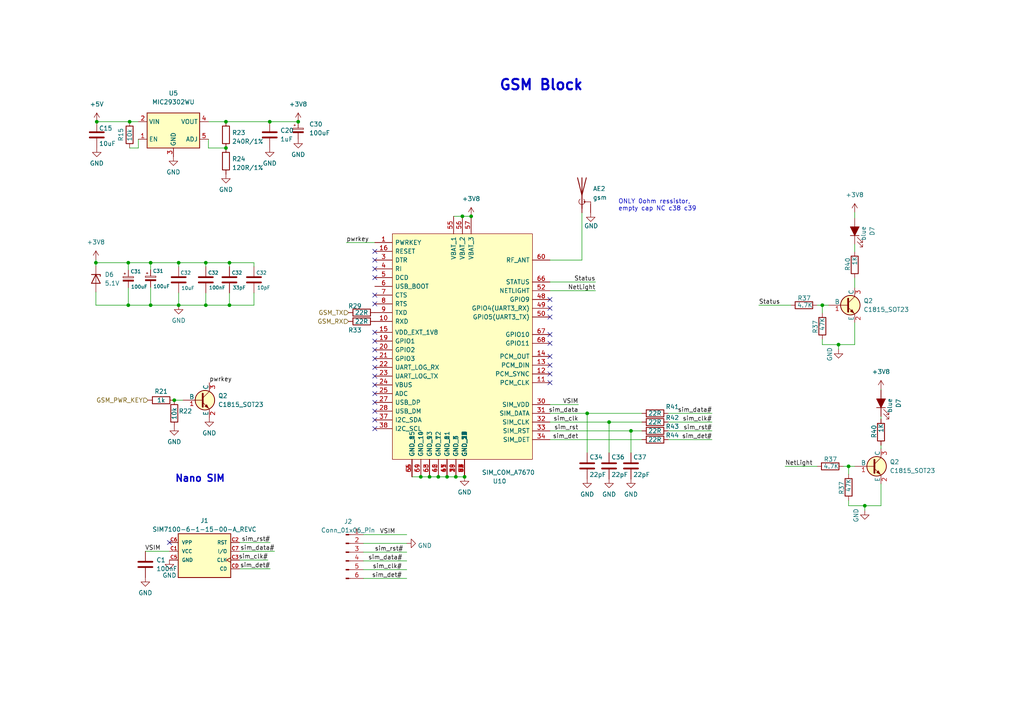
<source format=kicad_sch>
(kicad_sch (version 20230121) (generator eeschema)
  (paper "A4")
  (lib_symbols
    (symbol "Connector:Conn_01x06_Pin" (pin_names (offset 1.016) hide)
      (property "Reference" "J" (at 0 7.62 0))
      (property "Value" "Conn_01x06_Pin" (at 0 -10.16 0))
      (symbol "Conn_01x06_Pin_1_1"
        (polyline (pts (xy 1.27 -7.62) (xy 0.8636 -7.62)) (stroke (width 0.1524)))
        (polyline (pts (xy 1.27 -5.08) (xy 0.8636 -5.08)) (stroke (width 0.1524)))
        (polyline (pts (xy 1.27 -2.54) (xy 0.8636 -2.54)) (stroke (width 0.1524)))
        (polyline (pts (xy 1.27 0) (xy 0.8636 0)) (stroke (width 0.1524)))
        (polyline (pts (xy 1.27 2.54) (xy 0.8636 2.54)) (stroke (width 0.1524)))
        (polyline (pts (xy 1.27 5.08) (xy 0.8636 5.08)) (stroke (width 0.1524)))
        (rectangle (start 0.8636 -7.493) (end 0 -7.747) (stroke (width 0.1524)) (fill (type outline)))
        (rectangle (start 0.8636 -4.953) (end 0 -5.207) (stroke (width 0.1524)) (fill (type outline)))
        (rectangle (start 0.8636 -2.413) (end 0 -2.667) (stroke (width 0.1524)) (fill (type outline)))
        (rectangle (start 0.8636 0.127) (end 0 -0.127) (stroke (width 0.1524)) (fill (type outline)))
        (rectangle (start 0.8636 2.667) (end 0 2.413) (stroke (width 0.1524)) (fill (type outline)))
        (rectangle (start 0.8636 5.207) (end 0 4.953) (stroke (width 0.1524)) (fill (type outline)))
        (pin passive line (at 5.08 5.08 180) (length 3.81) (name "Pin_1") (number "1"))
        (pin passive line (at 5.08 2.54 180) (length 3.81) (name "Pin_2") (number "2"))
        (pin passive line (at 5.08 0 180) (length 3.81) (name "Pin_3") (number "3"))
        (pin passive line (at 5.08 -2.54 180) (length 3.81) (name "Pin_4") (number "4"))
        (pin passive line (at 5.08 -5.08 180) (length 3.81) (name "Pin_5") (number "5"))
        (pin passive line (at 5.08 -7.62 180) (length 3.81) (name "Pin_6") (number "6"))
      )
    )
    (symbol "Diode:BZM55Cxx" (pin_numbers hide) (pin_names hide)
      (property "Reference" "D" (at 0 2.54 0))
      (property "Value" "BZM55Cxx" (at 0 -2.54 0))
      (symbol "BZM55Cxx_0_1"
        (polyline (pts (xy 1.27 0) (xy -1.27 0)))
        (polyline (pts (xy -1.27 -1.27) (xy -1.27 1.27) (xy -0.762 1.27)) (stroke (width 0.254)))
        (polyline (pts (xy 1.27 -1.27) (xy 1.27 1.27) (xy -1.27 0) (xy 1.27 -1.27)) (stroke (width 0.254)))
      )
      (symbol "BZM55Cxx_1_1"
        (pin passive line (at -3.81 0 0) (length 2.54) (name "K") (number "1"))
        (pin passive line (at 3.81 0 180) (length 2.54) (name "A") (number "2"))
      )
    )
    (symbol "Regulator_Linear:MIC29302WU"
      (property "Reference" "U" (at -6.35 6.35 0))
      (property "Value" "MIC29302WU" (at 2.54 6.35 0))
      (symbol "MIC29302WU_1_1"
        (rectangle (start -7.62 5.08) (end 7.62 -5.08) (stroke (width 0.254)) (fill (type background)))
        (pin input line (at -10.16 -2.54 0) (length 2.54) (name "EN") (number "1"))
        (pin power_in line (at -10.16 2.54 0) (length 2.54) (name "VIN") (number "2"))
        (pin power_in line (at 0 -7.62 90) (length 2.54) (name "GND") (number "3"))
        (pin power_out line (at 10.16 2.54 180) (length 2.54) (name "VOUT") (number "4"))
        (pin input line (at 10.16 -2.54 180) (length 2.54) (name "ADJ") (number "5"))
      )
    )
    (symbol "linktech:C0805" (pin_numbers hide) (pin_names (offset 0.254))
      (property "Reference" "C" (at 0.635 2.54 0))
      (property "Value" "C0805" (at 0.635 -2.54 0))
      (symbol "C0805_0_1"
        (polyline (pts (xy -2.032 -0.762) (xy 2.032 -0.762)) (stroke (width 0.508)))
        (polyline (pts (xy -2.032 0.762) (xy 2.032 0.762)) (stroke (width 0.508)))
      )
      (symbol "C0805_1_1"
        (pin passive line (at 0 3.81 270) (length 2.794) (name "~") (number "1"))
        (pin passive line (at 0 -3.81 90) (length 2.794) (name "~") (number "2"))
      )
    )
    (symbol "ph_lib:Antenna_Shield" (pin_numbers hide) (pin_names (offset 1.016) hide)
      (property "Reference" "AE" (at -1.905 4.445 0))
      (property "Value" "Antenna_Shield" (at -1.905 2.54 0))
      (symbol "Antenna_Shield_0_1"
        (arc (start -0.508 -1.143) (mid -0.8485 -2.1032) (end 0 -2.667))
        (arc (start 0 -2.667) (mid 0.8047 -2.0885) (end 0.508 -1.143))
        (polyline (pts (xy 0 -2.54) (xy 0 0)))
        (polyline (pts (xy 0 5.08) (xy 0 -3.81)) (stroke (width 0.254)))
        (polyline (pts (xy 0.762 -1.905) (xy 2.54 -1.905)))
        (polyline (pts (xy 2.54 -2.54) (xy 2.54 -1.905)))
        (polyline (pts (xy 1.27 5.08) (xy 0 0) (xy -1.27 5.08)) (stroke (width 0.254)))
        (circle (center 0.762 -1.905) (radius 0.1778) (fill (type outline)))
      )
      (symbol "Antenna_Shield_1_1"
        (pin input line (at 0 -5.08 90) (length 2.54) (name "A") (number "1"))
        (pin input line (at 2.54 -5.08 90) (length 2.54) (name "Shield") (number "2"))
        (pin input line (at 2.54 -5.08 90) (length 2.54) (name "Shield") (number "3"))
      )
    )
    (symbol "ph_lib:C0805" (pin_numbers hide) (pin_names (offset 0.254))
      (property "Reference" "C" (at 0.635 2.54 0))
      (property "Value" "C0805" (at 0.635 -2.54 0))
      (symbol "C0805_0_1"
        (polyline (pts (xy -2.032 -0.762) (xy 2.032 -0.762)) (stroke (width 0.508)))
        (polyline (pts (xy -2.032 0.762) (xy 2.032 0.762)) (stroke (width 0.508)))
      )
      (symbol "C0805_1_1"
        (pin passive line (at 0 3.81 270) (length 2.794) (name "~") (number "1"))
        (pin passive line (at 0 -3.81 90) (length 2.794) (name "~") (number "2"))
      )
    )
    (symbol "ph_lib:C1210" (pin_numbers hide) (pin_names (offset 1.016))
      (property "Reference" "C" (at 1.27 2.54 0))
      (property "Value" "C1210" (at 0 0 0))
      (symbol "C1210_1_1"
        (polyline (pts (xy -2.032 -7.112) (xy 2.032 -7.112)) (stroke (width 0.508)))
        (polyline (pts (xy -2.032 -5.588) (xy 2.032 -5.588)) (stroke (width 0.508)))
        (pin passive line (at 0 -2.54 270) (length 2.794) (name "~") (number "1"))
        (pin passive line (at 0 -10.16 90) (length 2.794) (name "~") (number "2"))
      )
    )
    (symbol "ph_lib:C1815_SOT23" (pin_names (offset 0))
      (property "Reference" "Q" (at 5.08 1.905 0))
      (property "Value" "C1815_SOT23" (at 5.08 0 0))
      (symbol "C1815_SOT23_0_1"
        (polyline (pts (xy 0 0) (xy 0.635 0)))
        (polyline (pts (xy 0.635 0.635) (xy 2.54 2.54)))
        (polyline (pts (xy 0.635 -0.635) (xy 2.54 -2.54) (xy 2.54 -2.54)))
        (polyline (pts (xy 0.635 1.905) (xy 0.635 -1.905) (xy 0.635 -1.905)) (stroke (width 0.508)))
        (polyline (pts (xy 1.27 -1.778) (xy 1.778 -1.27) (xy 2.286 -2.286) (xy 1.27 -1.778) (xy 1.27 -1.778)) (fill (type outline)))
        (circle (center 1.27 0) (radius 2.8194) (stroke (width 0.254)) (fill (type background)))
      )
      (symbol "C1815_SOT23_1_1"
        (pin input line (at -5.08 0 0) (length 5.08) (name "B") (number "1"))
        (pin passive line (at 2.54 -5.08 90) (length 2.54) (name "E") (number "2"))
        (pin passive line (at 2.54 5.08 270) (length 2.54) (name "C") (number "3"))
      )
    )
    (symbol "ph_lib:CP_Tatanlum_1206" (pin_numbers hide) (pin_names (offset 1.016) hide)
      (property "Reference" "C" (at 0 6.35 0))
      (property "Value" "CP_Tatanlum_1206" (at -1.27 5.08 0))
      (symbol "CP_Tatanlum_1206_1_1"
        (rectangle (start -1.524 -0.3048) (end 1.524 -0.6858) (fill (type outline)))
        (rectangle (start -1.524 0.6858) (end 1.524 0.3048))
        (polyline (pts (xy -1.27 1.524) (xy -0.762 1.524)))
        (polyline (pts (xy -1.016 1.27) (xy -1.016 1.778)))
        (pin passive line (at 0 2.54 270) (length 1.8542) (name "~") (number "1"))
        (pin passive line (at 0 -2.54 90) (length 1.8542) (name "~") (number "2"))
      )
    )
    (symbol "ph_lib:LED0805" (pin_numbers hide) (pin_names (offset 1.016) hide)
      (property "Reference" "D" (at 0 2.54 0))
      (property "Value" "LED0805" (at 0 -2.54 0))
      (symbol "LED0805_0_1"
        (polyline (pts (xy -1.27 -1.27) (xy -1.27 1.27)) (stroke (width 0.2032)))
        (polyline (pts (xy -1.27 0) (xy 1.27 0)))
        (polyline (pts (xy 1.27 -1.27) (xy 1.27 1.27) (xy -1.27 0) (xy 1.27 -1.27)) (stroke (width 0.2032)) (fill (type outline)))
        (polyline (pts (xy -3.048 -0.762) (xy -4.572 -2.286) (xy -3.81 -2.286) (xy -4.572 -2.286) (xy -4.572 -1.524)))
        (polyline (pts (xy -1.778 -0.762) (xy -3.302 -2.286) (xy -2.54 -2.286) (xy -3.302 -2.286) (xy -3.302 -1.524)))
      )
      (symbol "LED0805_1_1"
        (pin passive line (at 3.81 0 180) (length 2.54) (name "A") (number "1"))
        (pin passive line (at -3.81 0 0) (length 2.54) (name "K") (number "2"))
      )
    )
    (symbol "ph_lib:R0805" (pin_numbers hide) (pin_names (offset 0))
      (property "Reference" "R" (at 2.032 0 90))
      (property "Value" "R0805" (at 0 0 90))
      (symbol "R0805_0_1"
        (rectangle (start -1.016 -2.54) (end 1.016 2.54) (stroke (width 0.254)))
      )
      (symbol "R0805_1_1"
        (pin passive line (at 0 3.81 270) (length 1.27) (name "~") (number "1"))
        (pin passive line (at 0 -3.81 90) (length 1.27) (name "~") (number "2"))
      )
    )
    (symbol "power:+3V8" (power) (pin_names (offset 0))
      (property "Value" "+3V8" (at 0 3.556 0))
      (symbol "+3V8_0_1"
        (polyline (pts (xy -0.762 1.27) (xy 0 2.54)))
        (polyline (pts (xy 0 0) (xy 0 2.54)))
        (polyline (pts (xy 0 2.54) (xy 0.762 1.27)))
      )
      (symbol "+3V8_1_1"
        (pin power_in line (at 0 0 90) (length 0) hide (name "+3V8") (number "1"))
      )
    )
    (symbol "power:+5V" (power) (pin_names (offset 0))
      (property "Value" "+5V" (at 0 3.556 0))
      (symbol "+5V_0_1"
        (polyline (pts (xy -0.762 1.27) (xy 0 2.54)))
        (polyline (pts (xy 0 0) (xy 0 2.54)))
        (polyline (pts (xy 0 2.54) (xy 0.762 1.27)))
      )
      (symbol "+5V_1_1"
        (pin power_in line (at 0 0 90) (length 0) hide (name "+5V") (number "1"))
      )
    )
    (symbol "power:GND" (power) (pin_names (offset 0))
      (property "Value" "GND" (at 0 -3.81 0))
      (symbol "GND_0_1"
        (polyline (pts (xy 0 0) (xy 0 -1.27) (xy 1.27 -1.27) (xy 0 -2.54) (xy -1.27 -1.27) (xy 0 -1.27)))
      )
      (symbol "GND_1_1"
        (pin power_in line (at 0 0 270) (length 0) hide (name "GND") (number "1"))
      )
    )
    (symbol "sim7670:SIM_COM_A7670" (pin_names (offset 0.762))
      (property "Reference" "U10" (at 10.795 -10.795 0))
      (property "Value" "SIM_COM_A7670" (at 13.335 -8.255 0))
      (symbol "SIM_COM_A7670_0_0"
        (pin passive line (at -25.4 58.42 0) (length 5.08) (name "PWRKEY") (number "1"))
        (pin passive line (at -25.4 35.56 0) (length 5.08) (name "RXD") (number "10"))
        (pin passive line (at 25.4 17.78 180) (length 5.08) (name "PCM_CLK") (number "11"))
        (pin passive line (at 25.4 20.32 180) (length 5.08) (name "PCM_SYNC") (number "12"))
        (pin passive line (at 25.4 22.86 180) (length 5.08) (name "PCM_DIN") (number "13"))
        (pin passive line (at 25.4 25.4 180) (length 5.08) (name "PCM_OUT") (number "14"))
        (pin passive line (at -25.4 32.385 0) (length 5.08) (name "VDD_EXT_1V8") (number "15"))
        (pin passive line (at -25.4 55.88 0) (length 5.08) (name "RESET") (number "16"))
        (pin passive line (at -4.445 -9.525 90) (length 5.08) (name "GND_2") (number "17"))
        (pin passive line (at -1.905 -9.525 90) (length 5.08) (name "GND_3") (number "18"))
        (pin passive line (at -25.4 29.845 0) (length 5.08) (name "GPIO1") (number "19"))
        (pin passive line (at -14.605 -9.525 90) (length 5.08) (name "GND_1") (number "2"))
        (pin passive line (at -25.4 27.305 0) (length 5.08) (name "GPIO2") (number "20"))
        (pin passive line (at -25.4 24.765 0) (length 5.08) (name "GPIO3") (number "21"))
        (pin passive line (at -25.4 22.225 0) (length 5.08) (name "UART_LOG_RX") (number "22"))
        (pin passive line (at -25.4 19.685 0) (length 5.08) (name "UART_LOG_TX") (number "23"))
        (pin passive line (at -25.4 17.145 0) (length 5.08) (name "VBUS") (number "24"))
        (pin passive line (at -25.4 14.605 0) (length 5.08) (name "ADC") (number "25"))
        (pin no_connect line (at 15.24 -9.525 90) (length 5.08) hide (name "NC_1") (number "26"))
        (pin passive line (at -25.4 12.065 0) (length 5.08) (name "USB_DP") (number "27"))
        (pin passive line (at -25.4 9.525 0) (length 5.08) (name "USB_DM") (number "28"))
        (pin passive line (at -1.905 -9.525 90) (length 5.08) (name "GND_4") (number "29"))
        (pin passive line (at -25.4 53.34 0) (length 5.08) (name "DTR") (number "3"))
        (pin passive line (at 25.4 11.43 180) (length 5.08) (name "SIM_VDD") (number "30"))
        (pin passive line (at 25.4 8.89 180) (length 5.08) (name "SIM_DATA") (number "31"))
        (pin passive line (at 25.4 6.35 180) (length 5.08) (name "SIM_CLK") (number "32"))
        (pin passive line (at 25.4 3.81 180) (length 5.08) (name "SIM_RST") (number "33"))
        (pin passive line (at 25.4 1.27 180) (length 5.08) (name "SIM_DET") (number "34"))
        (pin no_connect line (at 7.62 -9.525 90) (length 5.08) hide (name "NC_2") (number "35"))
        (pin no_connect line (at 10.16 -9.525 90) (length 5.08) hide (name "NC_3") (number "36"))
        (pin passive line (at -25.4 6.985 0) (length 5.08) (name "I2C_SDA") (number "37"))
        (pin passive line (at -25.4 4.445 0) (length 5.08) (name "I2C_SCL") (number "38"))
        (pin passive line (at -1.905 -9.525 90) (length 5.08) (name "GND_5") (number "39"))
        (pin passive line (at -25.4 50.8 0) (length 5.08) (name "RI") (number "4"))
        (pin no_connect line (at 12.7 -9.525 90) (length 5.08) hide (name "NC_4") (number "40"))
        (pin no_connect line (at 15.24 -9.525 90) (length 5.08) hide (name "NC_5") (number "41"))
        (pin no_connect line (at 15.24 -9.525 90) (length 5.08) hide (name "NC_6") (number "42"))
        (pin no_connect line (at 15.24 -9.525 90) (length 5.08) hide (name "NC_7") (number "43"))
        (pin no_connect line (at 15.24 -9.525 90) (length 5.08) hide (name "NC_8") (number "44"))
        (pin passive line (at -4.445 -9.525 90) (length 5.08) (name "GND_6") (number "45"))
        (pin passive line (at -6.985 -9.525 90) (length 5.08) (name "GND_7") (number "46"))
        (pin no_connect line (at 12.7 -9.525 90) (length 5.08) hide (name "NC_9") (number "47"))
        (pin passive line (at 25.4 41.91 180) (length 5.08) (name "GPIO9") (number "48"))
        (pin passive line (at 25.4 39.37 180) (length 5.08) (name "GPIO4(UART3_RX)") (number "49"))
        (pin passive line (at -25.4 48.26 0) (length 5.08) (name "DCD") (number "5"))
        (pin passive line (at 25.4 36.83 180) (length 5.08) (name "GPIO5(UART3_TX)") (number "50"))
        (pin no_connect line (at 7.62 -9.525 90) (length 5.08) hide (name "NC_10") (number "51"))
        (pin passive line (at 25.4 44.45 180) (length 5.08) (name "NETLIGHT") (number "52"))
        (pin no_connect line (at 10.16 -9.525 90) (length 5.08) hide (name "NC_11") (number "53"))
        (pin passive line (at -14.605 -9.525 90) (length 5.08) (name "GND_8") (number "54"))
        (pin passive line (at -2.54 66.04 270) (length 5.08) (name "VBAT_1") (number "55"))
        (pin passive line (at 0 66.04 270) (length 5.08) (name "VBAT_2") (number "56"))
        (pin passive line (at 2.54 66.04 270) (length 5.08) (name "VBAT_3") (number "57"))
        (pin passive line (at -9.525 -9.525 90) (length 5.08) (name "GND_9") (number "58"))
        (pin passive line (at -12.065 -9.525 90) (length 5.08) (name "GND_10") (number "59"))
        (pin passive line (at -25.4 45.72 0) (length 5.08) (name "USB_BOOT") (number "6"))
        (pin passive line (at 25.4 53.34 180) (length 5.08) (name "RF_ANT") (number "60"))
        (pin passive line (at -4.445 -9.525 90) (length 5.08) (name "GND_11") (number "61"))
        (pin passive line (at -6.985 -9.525 90) (length 5.08) (name "GND_12") (number "62"))
        (pin passive line (at -9.525 -9.525 90) (length 5.08) (name "GND_13") (number "63"))
        (pin passive line (at -12.065 -9.525 90) (length 5.08) (name "GND_14") (number "64"))
        (pin passive line (at -14.605 -9.525 90) (length 5.08) (name "GND_15") (number "65"))
        (pin passive line (at 25.4 46.99 180) (length 5.08) (name "STATUS") (number "66"))
        (pin passive line (at 25.4 31.75 180) (length 5.08) (name "GPIO10") (number "67"))
        (pin passive line (at 25.4 29.21 180) (length 5.08) (name "GPIO11") (number "68"))
        (pin passive line (at 0.635 -9.525 90) (length 5.08) (name "GND_16") (number "69"))
        (pin passive line (at -25.4 43.18 0) (length 5.08) (name "CTS") (number "7"))
        (pin passive line (at 0.635 -9.525 90) (length 5.08) (name "GND_17") (number "70"))
        (pin passive line (at 0.635 -9.525 90) (length 5.08) (name "GND_18") (number "71"))
        (pin passive line (at 0.635 -9.525 90) (length 5.08) (name "GND_19") (number "72"))
        (pin passive line (at 0.635 -9.525 90) (length 5.08) (name "GND_20") (number "73"))
        (pin passive line (at 0.635 -9.525 90) (length 5.08) (name "GND_21") (number "74"))
        (pin passive line (at 0.635 -9.525 90) (length 5.08) (name "GND_22") (number "75"))
        (pin passive line (at 0.635 -9.525 90) (length 5.08) (name "GND_23") (number "76"))
        (pin passive line (at 0.635 -9.525 90) (length 5.08) (name "GND_24") (number "77"))
        (pin passive line (at 0.635 -9.525 90) (length 5.08) (name "GND_25") (number "78"))
        (pin passive line (at 0.635 -9.525 90) (length 5.08) (name "GND_26") (number "79"))
        (pin passive line (at -25.4 40.64 0) (length 5.08) (name "RTS") (number "8"))
        (pin passive line (at 0.635 -9.525 90) (length 5.08) (name "GND_27") (number "80"))
        (pin passive line (at 0.635 -9.525 90) (length 5.08) (name "GND_28") (number "81"))
        (pin passive line (at 0.635 -9.525 90) (length 5.08) (name "GND_29") (number "82"))
        (pin passive line (at 0.635 -9.525 90) (length 5.08) (name "GND_30") (number "83"))
        (pin passive line (at 0.635 -9.525 90) (length 5.08) (name "GND_31") (number "84"))
        (pin passive line (at 0.635 -9.525 90) (length 5.08) (name "GND_32") (number "85"))
        (pin passive line (at 0.635 -9.525 90) (length 5.08) (name "GND_33") (number "86"))
        (pin passive line (at 0.635 -9.525 90) (length 5.08) (name "GND_34") (number "87"))
        (pin passive line (at 0.635 -9.525 90) (length 5.08) (name "GND_35") (number "88"))
        (pin passive line (at -25.4 38.1 0) (length 5.08) (name "TXD") (number "9"))
      )
      (symbol "SIM_COM_A7670_1_1"
        (polyline (pts (xy -20.32 60.96) (xy 20.32 60.96) (xy 20.32 -4.445) (xy -20.32 -4.445) (xy -20.32 60.96)) (stroke (width 0.1524)) (fill (type background)))
      )
    )
    (symbol "simcard:SIM7100-6-1-15-00-A_REVC" (pin_names (offset 1.016))
      (property "Reference" "J" (at -7.62 5.588 0))
      (property "Value" "SIM7100-6-1-15-00-A_REVC" (at -7.62 -10.1854 0))
      (symbol "SIM7100-6-1-15-00-A_REVC_0_0"
        (rectangle (start -7.62 -7.62) (end 7.62 5.08) (stroke (width 0.254)) (fill (type background)))
        (pin power_in line (at 10.16 -2.54 180) (length 2.54) hide (name "GND") (number "1"))
        (pin power_in line (at 10.16 0 180) (length 2.54) (name "VCC") (number "C1"))
        (pin input line (at -10.16 2.54 0) (length 2.54) (name "RST") (number "C2"))
        (pin bidirectional clock (at -10.16 -2.54 0) (length 2.54) (name "CLK") (number "C3"))
        (pin power_in line (at 10.16 -2.54 180) (length 2.54) (name "GND") (number "C5"))
        (pin power_in line (at 10.16 2.54 180) (length 2.54) (name "VPP") (number "C6"))
        (pin bidirectional line (at -10.16 0 0) (length 2.54) (name "I/O") (number "C7"))
        (pin passive line (at -10.16 -5.08 0) (length 2.54) (name "CD") (number "CD"))
      )
    )
  )
  (junction (at 66.548 88.519))
  (junction (at 28.067 35.306))
  (junction (at 65.532 42.926))
  (junction (at 183.007 124.968))
  (junction (at 243.205 99.949))
  (junction (at 238.506 88.519))
  (junction (at 134.112 62.738))
  (junction (at 129.667 138.303))
  (junction (at 246.126 135.255))
  (junction (at 59.69 88.519))
  (junction (at 132.207 138.303))
  (junction (at 136.652 62.738))
  (junction (at 51.816 76.2))
  (junction (at 50.546 116.078))
  (junction (at 66.548 76.2))
  (junction (at 37.211 88.519))
  (junction (at 27.813 76.2))
  (junction (at 43.688 76.2))
  (junction (at 37.592 35.306))
  (junction (at 37.211 76.2))
  (junction (at 65.532 35.306))
  (junction (at 134.747 138.303))
  (junction (at 78.232 35.306))
  (junction (at 86.487 35.306))
  (junction (at 122.047 138.303))
  (junction (at 127.127 138.303))
  (junction (at 124.587 138.303))
  (junction (at 43.688 88.519))
  (junction (at 170.307 119.888))
  (junction (at 176.657 122.428))
  (junction (at 51.816 88.519))
  (junction (at 59.69 76.2))
  (junction (at 250.825 146.685))
  (no_connect (at 159.512 108.458))
  (no_connect (at 108.712 101.473))
  (no_connect (at 108.712 124.333))
  (no_connect (at 108.712 111.633))
  (no_connect (at 108.712 88.138))
  (no_connect (at 49.149 157.353))
  (no_connect (at 108.712 106.553))
  (no_connect (at 108.712 119.253))
  (no_connect (at 159.512 89.408))
  (no_connect (at 159.512 103.378))
  (no_connect (at 108.712 116.713))
  (no_connect (at 159.512 110.998))
  (no_connect (at 108.712 104.013))
  (no_connect (at 108.712 98.933))
  (no_connect (at 108.712 121.793))
  (no_connect (at 108.712 75.438))
  (no_connect (at 108.712 109.093))
  (no_connect (at 108.712 85.598))
  (no_connect (at 159.512 105.918))
  (no_connect (at 159.512 91.948))
  (no_connect (at 108.712 96.393))
  (no_connect (at 159.512 99.568))
  (no_connect (at 159.512 97.028))
  (no_connect (at 108.712 77.978))
  (no_connect (at 159.512 86.868))
  (no_connect (at 108.712 80.518))
  (no_connect (at 108.712 114.173))
  (no_connect (at 108.712 72.898))
  (wire (pts (xy 193.802 122.428) (xy 206.502 122.428)))
  (wire (pts (xy 69.469 162.433) (xy 77.724 162.433)))
  (wire (pts (xy 127.127 138.303) (xy 129.667 138.303)))
  (wire (pts (xy 220.091 88.519) (xy 229.362 88.519)))
  (wire (pts (xy 73.66 84.963) (xy 73.66 88.519)))
  (wire (pts (xy 159.512 84.328) (xy 172.72 84.328)))
  (wire (pts (xy 73.66 77.343) (xy 73.66 76.2)))
  (wire (pts (xy 66.548 84.963) (xy 66.548 88.519)))
  (wire (pts (xy 250.825 146.685) (xy 255.524 146.685)))
  (wire (pts (xy 183.007 124.968) (xy 183.007 131.318)))
  (wire (pts (xy 243.205 99.949) (xy 243.205 101.346)))
  (wire (pts (xy 105.41 167.767) (xy 117.983 167.767)))
  (wire (pts (xy 69.469 164.973) (xy 78.359 164.973)))
  (wire (pts (xy 159.512 124.968) (xy 183.007 124.968)))
  (wire (pts (xy 105.41 160.147) (xy 117.983 160.147)))
  (wire (pts (xy 255.524 129.159) (xy 255.524 130.175)))
  (wire (pts (xy 66.548 76.2) (xy 66.548 77.343)))
  (wire (pts (xy 50.546 116.078) (xy 53.086 116.078)))
  (wire (pts (xy 159.512 81.788) (xy 172.72 81.788)))
  (wire (pts (xy 255.524 112.903) (xy 255.524 113.157)))
  (wire (pts (xy 37.592 42.926) (xy 40.132 42.926)))
  (wire (pts (xy 28.067 35.306) (xy 37.592 35.306)))
  (wire (pts (xy 247.904 99.949) (xy 247.904 93.599)))
  (wire (pts (xy 246.126 145.161) (xy 246.126 146.685)))
  (wire (pts (xy 159.512 117.348) (xy 167.767 117.348)))
  (wire (pts (xy 159.512 127.508) (xy 186.182 127.508)))
  (wire (pts (xy 246.126 146.685) (xy 250.825 146.685)))
  (wire (pts (xy 238.506 98.425) (xy 238.506 99.949)))
  (wire (pts (xy 193.802 124.968) (xy 206.502 124.968)))
  (wire (pts (xy 159.512 75.438) (xy 168.783 75.438)))
  (wire (pts (xy 51.816 76.2) (xy 51.816 77.343)))
  (wire (pts (xy 119.507 138.303) (xy 122.047 138.303)))
  (wire (pts (xy 42.164 159.893) (xy 49.149 159.893)))
  (wire (pts (xy 243.205 99.949) (xy 247.904 99.949)))
  (wire (pts (xy 246.126 135.255) (xy 247.904 135.255)))
  (wire (pts (xy 122.047 138.303) (xy 124.587 138.303)))
  (wire (pts (xy 66.548 76.2) (xy 73.66 76.2)))
  (wire (pts (xy 27.813 88.519) (xy 27.813 84.709)))
  (wire (pts (xy 193.802 119.888) (xy 206.502 119.888)))
  (wire (pts (xy 247.904 61.595) (xy 247.904 63.246)))
  (wire (pts (xy 51.816 76.2) (xy 59.69 76.2)))
  (wire (pts (xy 37.211 76.2) (xy 37.211 78.359)))
  (wire (pts (xy 60.452 40.386) (xy 60.452 42.926)))
  (wire (pts (xy 105.41 165.227) (xy 117.983 165.227)))
  (wire (pts (xy 255.524 120.777) (xy 255.524 121.539)))
  (wire (pts (xy 246.126 135.255) (xy 246.126 137.541)))
  (wire (pts (xy 59.69 88.519) (xy 51.816 88.519)))
  (wire (pts (xy 183.007 124.968) (xy 186.182 124.968)))
  (wire (pts (xy 66.548 88.519) (xy 59.69 88.519)))
  (wire (pts (xy 37.211 76.2) (xy 43.688 76.2)))
  (wire (pts (xy 60.452 35.306) (xy 65.532 35.306)))
  (wire (pts (xy 247.904 80.645) (xy 247.904 83.439)))
  (wire (pts (xy 159.512 122.428) (xy 176.657 122.428)))
  (wire (pts (xy 43.688 76.2) (xy 43.688 78.232)))
  (wire (pts (xy 43.688 88.519) (xy 37.211 88.519)))
  (wire (pts (xy 105.41 162.687) (xy 117.983 162.687)))
  (wire (pts (xy 176.657 122.428) (xy 176.657 131.318)))
  (wire (pts (xy 69.469 157.353) (xy 78.359 157.353)))
  (wire (pts (xy 193.802 127.508) (xy 206.502 127.508)))
  (wire (pts (xy 51.816 84.963) (xy 51.816 88.519)))
  (wire (pts (xy 51.816 88.519) (xy 43.688 88.519)))
  (wire (pts (xy 59.69 84.963) (xy 59.69 88.519)))
  (wire (pts (xy 37.592 35.306) (xy 40.132 35.306)))
  (wire (pts (xy 59.69 76.2) (xy 59.69 77.343)))
  (wire (pts (xy 247.904 70.866) (xy 247.904 73.025)))
  (wire (pts (xy 132.207 138.303) (xy 134.747 138.303)))
  (wire (pts (xy 60.452 42.926) (xy 65.532 42.926)))
  (wire (pts (xy 27.813 76.2) (xy 37.211 76.2)))
  (wire (pts (xy 86.487 35.306) (xy 78.232 35.306)))
  (wire (pts (xy 250.825 146.685) (xy 250.825 148.082)))
  (wire (pts (xy 255.524 146.685) (xy 255.524 140.335)))
  (wire (pts (xy 238.506 88.519) (xy 238.506 90.805)))
  (wire (pts (xy 105.41 157.607) (xy 117.983 157.607)))
  (wire (pts (xy 236.982 88.519) (xy 238.506 88.519)))
  (wire (pts (xy 43.688 76.2) (xy 51.816 76.2)))
  (wire (pts (xy 134.112 62.738) (xy 136.652 62.738)))
  (wire (pts (xy 238.506 99.949) (xy 243.205 99.949)))
  (wire (pts (xy 37.211 88.519) (xy 27.813 88.519)))
  (wire (pts (xy 131.572 62.738) (xy 134.112 62.738)))
  (wire (pts (xy 40.132 42.926) (xy 40.132 40.386)))
  (wire (pts (xy 168.783 61.722) (xy 168.783 75.438)))
  (wire (pts (xy 227.711 135.255) (xy 236.982 135.255)))
  (wire (pts (xy 37.211 83.439) (xy 37.211 88.519)))
  (wire (pts (xy 244.602 135.255) (xy 246.126 135.255)))
  (wire (pts (xy 100.457 70.358) (xy 108.712 70.358)))
  (wire (pts (xy 129.667 138.303) (xy 132.207 138.303)))
  (wire (pts (xy 43.688 83.312) (xy 43.688 88.519)))
  (wire (pts (xy 78.232 35.306) (xy 65.532 35.306)))
  (wire (pts (xy 170.307 119.888) (xy 186.182 119.888)))
  (wire (pts (xy 73.66 88.519) (xy 66.548 88.519)))
  (wire (pts (xy 27.813 75.311) (xy 27.813 76.2)))
  (wire (pts (xy 27.813 76.2) (xy 27.813 77.089)))
  (wire (pts (xy 159.512 119.888) (xy 170.307 119.888)))
  (wire (pts (xy 170.307 119.888) (xy 170.307 131.318)))
  (wire (pts (xy 59.69 76.2) (xy 66.548 76.2)))
  (wire (pts (xy 124.587 138.303) (xy 127.127 138.303)))
  (wire (pts (xy 69.469 159.893) (xy 79.629 159.893)))
  (wire (pts (xy 176.657 122.428) (xy 186.182 122.428)))
  (wire (pts (xy 105.41 155.067) (xy 117.983 155.067)))
  (wire (pts (xy 238.506 88.519) (xy 240.284 88.519)))
  (text "GSM Block" (at 144.653 26.543 0) (effects (font (size 3 3) (thickness 0.6) bold) (justify left bottom)))
  (text "ONLY 0ohm ressistor,\nempty cap NC c38 c39" (at 179.324 61.341 0) (effects (font (size 1.27 1.27)) (justify left bottom)))
  (text "Nano SIM" (at 50.673 140.081 0) (effects (font (size 2 2) (thickness 0.4) bold) (justify left bottom)))
  (label "sim_data#" (at 116.713 162.687 180))
  (label "VSIM" (at 46.609 159.893 180))
  (label "sim_rst" (at 167.767 124.968 180))
  (label "sim_data#" (at 206.502 119.888 180))
  (label "sim_clk#" (at 77.724 162.433 180))
  (label "sim_det#" (at 116.586 167.767 180))
  (label "VSIM" (at 167.767 117.348 180))
  (label "sim_det#" (at 206.502 127.508 180))
  (label "NetLight" (at 172.72 84.328 180))
  (label "sim_det#" (at 78.359 164.973 180))
  (label "VSIM" (at 114.681 155.067 180))
  (label "sim_rst#" (at 78.359 157.353 180))
  (label "NetLight" (at 227.711 135.255 0))
  (label "sim_data" (at 167.767 119.888 180))
  (label "Status" (at 172.72 81.788 180))
  (label "sim_det" (at 167.767 127.508 180))
  (label "sim_clk#" (at 116.586 165.227 180))
  (label "sim_rst#" (at 116.967 160.147 180))
  (label "pwrkey" (at 100.457 70.358 0))
  (label "Status" (at 220.091 88.519 0))
  (label "sim_clk#" (at 206.502 122.428 180))
  (label "sim_clk" (at 167.767 122.428 180))
  (label "sim_rst#" (at 206.502 124.968 180))
  (label "pwrkey" (at 60.706 110.998 0))
  (label "sim_data#" (at 79.629 159.893 180))
  (hierarchical_label "GSM_TX" (shape input) (at 101.092 90.678 180))
  (hierarchical_label "GSM_RX" (shape input) (at 101.092 93.218 180))
  (hierarchical_label "GSM_PWR_KEY" (shape input) (at 42.926 116.078 180))
  (symbol (lib_id "ph_lib:C1815_SOT23") (at 252.984 135.255 0) (unit 1)
    (property "Reference" "Q2" (at 258.064 133.9849 0) (effects (justify left)))
    (property "Value" "C1815_SOT23" (at 258.064 136.5249 0) (effects (justify left)))
    (property "Footprint" "Package_TO_SOT_SMD:SOT-23" (effects hide))
    (property "Desc" "50V Vce, 0.15A Ic, Low Noise Audio NPN Transistor, TO-92" (effects hide))
    (property "Link" "https://thegioiic.com/products/2sc1815-hf" (effects hide))
    (instances (project "ph_portable_refrigerator_v2_hw" (path "" (reference "Q2") (unit 1)) (path "" (reference "Q12") (unit 1))))
  )
  (symbol (lib_id "power:+3V8") (at 136.652 62.738 0) (unit 1)
    (property "Reference" "#PWR069" (effects hide))
    (property "Value" "+3V8" (at 136.652 57.658 0))
    (instances (project "ph_portable_refrigerator_v2_hw" (path "" (reference "#PWR069") (unit 1)) (path "" (reference "#PWR074") (unit 1))))
  )
  (symbol (lib_id "ph_lib:CP_Tatanlum_1206") (at 43.688 80.772 0) (unit 1)
    (property "Reference" "C31" (at 44.323 78.613 0) (effects (font (size 1 1)) (justify left)))
    (property "Value" "100uF" (at 44.45 83.058 0) (effects (font (size 1 1)) (justify left)))
    (property "Footprint" "Capacitor_Tantalum_SMD:CP_EIA-6032-15_Kemet-U" (effects hide))
    (property "Desc" "SMD Tantalum Capacitor" (effects hide))
    (property "Link" "http://www.tme.vn/Products.aspx?cateId=258" (effects hide))
    (instances (project "ph_portable_refrigerator_v2_hw" (path "" (reference "C31") (unit 1)) (path "" (reference "C20") (unit 1))))
  )
  (symbol (lib_id "ph_lib:C0805") (at 183.007 135.128 0) (unit 1)
    (property "Reference" "C37" (at 183.642 132.588 0) (effects (justify left)))
    (property "Value" "22pF" (at 183.642 137.668 0) (effects (justify left)))
    (property "Footprint" "Resistor_SMD:R_0805_2012Metric" (effects hide))
    (property "Desc" "Capacitor SMD Ceramic 0805" (effects hide))
    (property "Link" "http://www.dientuachau.com/ceramic-0805" (effects hide))
    (instances (project "ph_portable_refrigerator_v2_hw" (path "" (reference "C37") (unit 1)) (path "" (reference "C34") (unit 1))))
  )
  (symbol (lib_id "Diode:BZM55Cxx") (at 27.813 80.899 270) (unit 1)
    (property "Reference" "D6" (at 30.353 79.6289 90) (effects (justify left)))
    (property "Value" "5.1V" (at 30.353 82.1689 90) (effects (justify left)))
    (property "Footprint" "Diode_SMD:D_SOD-123" (effects hide))
    (property "Datasheet" "http://www.vishay.com/docs/85597/bzm55.pdf" (effects hide))
    (instances (project "ph_portable_refrigerator_v2_hw" (path "" (reference "D6") (unit 1)) (path "" (reference "D4") (unit 1))))
  )
  (symbol (lib_id "ph_lib:C0805") (at 59.69 81.153 0) (unit 1)
    (property "Reference" "C32" (at 60.325 79.121 0) (effects (font (size 1 1)) (justify left)))
    (property "Value" "100nF" (at 60.579 83.439 0) (effects (font (size 1 1)) (justify left)))
    (property "Footprint" "Capacitor_SMD:C_0805_2012Metric" (effects hide))
    (property "Desc" "Capacitor SMD Ceramic 0805" (effects hide))
    (property "Link" "http://www.dientuachau.com/ceramic-0805" (effects hide))
    (instances (project "ph_portable_refrigerator_v2_hw" (path "" (reference "C32") (unit 1)) (path "" (reference "C45") (unit 1))))
  )
  (symbol (lib_id "ph_lib:C0805") (at 51.816 81.153 0) (unit 1)
    (property "Reference" "C32" (at 52.324 79.121 0) (effects (font (size 1 1)) (justify left)))
    (property "Value" "10uF" (at 52.578 83.566 0) (effects (font (size 1 1)) (justify left)))
    (property "Footprint" "Capacitor_SMD:C_0805_2012Metric" (effects hide))
    (property "Desc" "Capacitor SMD Ceramic 0805" (effects hide))
    (property "Link" "http://www.dientuachau.com/ceramic-0805" (effects hide))
    (instances (project "ph_portable_refrigerator_v2_hw" (path "" (reference "C32") (unit 1)) (path "" (reference "C29") (unit 1))))
  )
  (symbol (lib_id "linktech:C0805") (at 78.232 39.116 0) (unit 1)
    (property "Reference" "C20" (at 81.28 37.8459 0) (effects (justify left)))
    (property "Value" "1uF" (at 81.28 40.3859 0) (effects (justify left)))
    (property "Footprint" "Resistor_SMD:R_0805_2012Metric" (effects hide))
    (property "Desc" "Capacitor SMD Ceramic 0805" (effects hide))
    (property "Link" "http://www.dientuachau.com/ceramic-0805" (effects hide))
    (instances (project "ph_portable_refrigerator_v2_hw" (path "" (reference "C20") (unit 1)) (path "" (reference "C30") (unit 1))))
  )
  (symbol (lib_id "ph_lib:R0805") (at 37.592 39.116 0) (unit 1)
    (property "Reference" "R15" (at 35.052 41.021 90) (effects (justify left)))
    (property "Value" "10k" (at 37.592 41.021 90) (effects (justify left)))
    (property "Footprint" "Resistor_SMD:R_0805_2012Metric" (effects hide))
    (property "Desc" "Resistor SMD 0805" (effects hide))
    (property "Link" "http://www.dientuachau.com/res-1-0805" (effects hide))
    (instances (project "ph_portable_refrigerator_v2_hw" (path "" (reference "R15") (unit 1)) (path "" (reference "R22") (unit 1))))
  )
  (symbol (lib_id "power:GND") (at 170.307 138.938 0) (unit 1)
    (property "Reference" "#PWR074" (effects hide))
    (property "Value" "GND" (at 170.307 143.383 0))
    (instances (project "ph_portable_refrigerator_v2_hw" (path "" (reference "#PWR074") (unit 1)) (path "" (reference "#PWR075") (unit 1))))
  )
  (symbol (lib_id "Regulator_Linear:MIC29302WU") (at 50.292 37.846 0) (unit 1)
    (property "Reference" "U5" (at 50.292 27.051 0))
    (property "Value" "MIC29302WU" (at 50.292 29.591 0))
    (property "Footprint" "Package_TO_SOT_SMD:TO-263-5_TabPin3" (effects hide))
    (property "Datasheet" "http://ww1.microchip.com/downloads/en/devicedoc/20005685a.pdf" (effects hide))
  )
  (symbol (lib_id "power:GND") (at 50.292 45.466 0) (unit 1)
    (property "Reference" "#PWR041" (effects hide))
    (property "Value" "GND" (at 50.292 49.911 0))
    (instances (project "ph_portable_refrigerator_v2_hw" (path "" (reference "#PWR041") (unit 1)) (path "" (reference "#PWR055") (unit 1))))
  )
  (symbol (lib_id "power:GND") (at 42.164 167.513 0) (unit 1)
    (property "Reference" "#PWR01" (effects hide))
    (property "Value" "GND" (at 42.164 171.958 0))
    (instances (project "Module_NanoSIM" (path "" (reference "#PWR01") (unit 1))) (project "ph_portable_refrigerator_v2_hw" (path "" (reference "#PWR04") (unit 1)) (path "" (reference "#PWR092") (unit 1))))
  )
  (symbol (lib_id "ph_lib:R0805") (at 189.992 127.508 90) (unit 1)
    (property "Reference" "R44" (at 196.977 126.238 90) (effects (justify left)))
    (property "Value" "22R" (at 191.897 127.508 90) (effects (justify left)))
    (property "Footprint" "Resistor_SMD:R_0805_2012Metric" (effects hide))
    (property "Desc" "Resistor SMD 0805" (effects hide))
    (property "Link" "http://www.dientuachau.com/res-1-0805" (effects hide))
    (instances (project "ph_portable_refrigerator_v2_hw" (path "" (reference "R44") (unit 1)) (path "" (reference "R43") (unit 1))))
  )
  (symbol (lib_id "ph_lib:LED0805") (at 247.904 67.056 90) (unit 1)
    (property "Reference" "D7" (at 252.984 67.056 0))
    (property "Value" "blue" (at 250.444 67.691 0))
    (property "Footprint" "LED_SMD:LED_0805_2012Metric" (effects hide))
    (property "Desc" "LED0805" (effects hide))
    (property "Link" "https://thegioiic.com/product/led-dan-smd-2012-0805" (effects hide))
  )
  (symbol (lib_id "ph_lib:R0805") (at 246.126 141.351 180) (unit 1)
    (property "Reference" "R37" (at 244.094 139.573 90) (effects (justify left)))
    (property "Value" "47K" (at 246.126 138.811 90) (effects (justify left)))
    (property "Footprint" "Resistor_SMD:R_0805_2012Metric" (effects hide))
    (property "Desc" "Resistor SMD 0805" (effects hide))
    (property "Link" "http://www.dientuachau.com/res-1-0805" (effects hide))
    (instances (project "ph_portable_refrigerator_v2_hw" (path "" (reference "R37") (unit 1)) (path "" (reference "R65") (unit 1))))
  )
  (symbol (lib_id "ph_lib:R0805") (at 189.992 119.888 90) (unit 1)
    (property "Reference" "R41" (at 196.977 117.983 90) (effects (justify left)))
    (property "Value" "22R" (at 191.897 119.888 90) (effects (justify left)))
    (property "Footprint" "Resistor_SMD:R_0805_2012Metric" (effects hide))
    (property "Desc" "Resistor SMD 0805" (effects hide))
    (property "Link" "http://www.dientuachau.com/res-1-0805" (effects hide))
    (instances (project "ph_portable_refrigerator_v2_hw" (path "" (reference "R41") (unit 1)) (path "" (reference "R40") (unit 1))))
  )
  (symbol (lib_id "power:GND") (at 243.205 101.346 0) (unit 1)
    (property "Reference" "#PWR030" (effects hide))
    (property "Value" "GND" (at 240.665 100.711 90) (effects (justify right)))
    (instances (project "ph_portable_refrigerator_v2_hw" (path "" (reference "#PWR030") (unit 1)) (path "" (reference "#PWR099") (unit 1))))
  )
  (symbol (lib_id "power:+3V8") (at 27.813 75.311 0) (unit 1)
    (property "Reference" "#PWR063" (effects hide))
    (property "Value" "+3V8" (at 27.813 70.231 0))
    (instances (project "ph_portable_refrigerator_v2_hw" (path "" (reference "#PWR063") (unit 1)) (path "" (reference "#PWR0117") (unit 1))))
  )
  (symbol (lib_id "ph_lib:C0805") (at 42.164 163.703 0) (unit 1)
    (property "Reference" "C1" (at 45.339 162.4329 0) (effects (justify left)))
    (property "Value" "100nF" (at 45.339 164.9729 0) (effects (justify left)))
    (property "Footprint" "Capacitor_SMD:C_0805_2012Metric" (effects hide))
    (property "Desc" "Capacitor SMD Ceramic 0805" (effects hide))
    (property "Link" "http://www.dientuachau.com/ceramic-0805" (effects hide))
    (instances (project "Module_NanoSIM" (path "" (reference "C1") (unit 1))) (project "ph_portable_refrigerator_v2_hw" (path "" (reference "C6") (unit 1)) (path "" (reference "C35") (unit 1))))
  )
  (symbol (lib_id "power:GND") (at 60.706 121.158 0) (unit 1)
    (property "Reference" "#PWR044" (effects hide))
    (property "Value" "GND" (at 60.706 125.603 0))
    (instances (project "ph_portable_refrigerator_v2_hw" (path "" (reference "#PWR044") (unit 1)) (path "" (reference "#PWR045") (unit 1))))
  )
  (symbol (lib_id "ph_lib:R0805") (at 65.532 46.736 0) (unit 1)
    (property "Reference" "R24" (at 67.31 46.101 0) (effects (justify left)))
    (property "Value" "120R/1%" (at 67.31 48.641 0) (effects (justify left)))
    (property "Footprint" "Resistor_SMD:R_0805_2012Metric" (effects hide))
    (property "Desc" "Resistor SMD 0805" (effects hide))
    (property "Link" "http://www.dientuachau.com/res-1-0805" (effects hide))
  )
  (symbol (lib_id "ph_lib:C0805") (at 170.307 135.128 0) (unit 1)
    (property "Reference" "C34" (at 170.942 132.588 0) (effects (justify left)))
    (property "Value" "22pF" (at 170.942 137.668 0) (effects (justify left)))
    (property "Footprint" "Resistor_SMD:R_0805_2012Metric" (effects hide))
    (property "Desc" "Capacitor SMD Ceramic 0805" (effects hide))
    (property "Link" "http://www.dientuachau.com/ceramic-0805" (effects hide))
    (instances (project "ph_portable_refrigerator_v2_hw" (path "" (reference "C34") (unit 1)) (path "" (reference "C32") (unit 1))))
  )
  (symbol (lib_id "ph_lib:C0805") (at 66.548 81.153 0) (unit 1)
    (property "Reference" "C32" (at 67.183 79.121 0) (effects (font (size 1 1)) (justify left)))
    (property "Value" "33pF" (at 67.437 83.439 0) (effects (font (size 1 1)) (justify left)))
    (property "Footprint" "Capacitor_SMD:C_0805_2012Metric" (effects hide))
    (property "Desc" "Capacitor SMD Ceramic 0805" (effects hide))
    (property "Link" "http://www.dientuachau.com/ceramic-0805" (effects hide))
    (instances (project "ph_portable_refrigerator_v2_hw" (path "" (reference "C32") (unit 1)) (path "" (reference "C46") (unit 1))))
  )
  (symbol (lib_id "ph_lib:R0805") (at 104.902 90.678 90) (unit 1)
    (property "Reference" "R29" (at 104.902 88.773 90) (effects (justify left)))
    (property "Value" "22R" (at 106.807 90.678 90) (effects (justify left)))
    (property "Footprint" "Resistor_SMD:R_0805_2012Metric" (effects hide))
    (property "Desc" "Resistor SMD 0805" (effects hide))
    (property "Link" "http://www.dientuachau.com/res-1-0805" (effects hide))
  )
  (symbol (lib_id "ph_lib:R0805") (at 65.532 39.116 0) (unit 1)
    (property "Reference" "R23" (at 67.31 38.481 0) (effects (justify left)))
    (property "Value" "240R/1%" (at 67.31 41.021 0) (effects (justify left)))
    (property "Footprint" "Resistor_SMD:R_0805_2012Metric" (effects hide))
    (property "Desc" "Resistor SMD 0805" (effects hide))
    (property "Link" "http://www.dientuachau.com/res-1-0805" (effects hide))
  )
  (symbol (lib_id "power:GND") (at 171.323 61.722 0) (unit 1)
    (property "Reference" "#PWR0104" (effects hide))
    (property "Value" "GND" (at 169.418 65.532 0) (effects (justify left)))
    (instances (project "ph_portable_refrigerator_v2_hw" (path "" (reference "#PWR0104") (unit 1)) (path "" (reference "#PWR076") (unit 1))))
  )
  (symbol (lib_id "Connector:Conn_01x06_Pin") (at 100.33 160.147 0) (unit 1)
    (property "Reference" "J2" (at 100.965 151.257 0))
    (property "Value" "Conn_01x06_Pin" (at 100.965 153.797 0))
    (property "Footprint" "Connector_PinHeader_1.27mm:PinHeader_1x06_P1.27mm_Horizontal" (effects hide))
    (instances (project "Module_NanoSIM" (path "" (reference "J2") (unit 1))) (project "ph_portable_refrigerator_v2_hw" (path "" (reference "J8") (unit 1)) (path "" (reference "J3") (unit 1))))
  )
  (symbol (lib_id "ph_lib:Antenna_Shield") (at 168.783 56.642 0) (unit 1)
    (property "Reference" "AE2" (at 171.958 54.7369 0) (effects (justify left)))
    (property "Value" "gsm" (at 171.958 57.2769 0) (effects (justify left)))
    (property "Footprint" "Lib_Hien:Antenna_RF" (effects hide))
  )
  (symbol (lib_id "simcard:SIM7100-6-1-15-00-A_REVC") (at 59.309 159.893 0) (mirror y) (unit 1)
    (property "Reference" "J1" (at 59.309 151.003 0))
    (property "Value" "SIM7100-6-1-15-00-A_REVC" (at 59.309 153.543 0))
    (property "Footprint" "Lib_Hien:microSIM_Card" (effects hide))
    (property "STANDARD" "Manufacturer Recommendations" (effects hide))
    (property "MAXIMUM_PACKAGE_HEIGHT" "1.5mm" (effects hide))
    (property "MANUFACTURER" "Global Connector Technology" (effects hide))
    (property "PARTREV" "C" (effects hide))
    (instances (project "Module_NanoSIM" (path "" (reference "J1") (unit 1))) (project "ph_portable_refrigerator_v2_hw" (path "" (reference "J7") (unit 1)) (path "" (reference "J2") (unit 1))))
  )
  (symbol (lib_id "power:+5V") (at 28.067 35.306 0) (unit 1)
    (property "Reference" "#PWR039" (effects hide))
    (property "Value" "+5V" (at 28.067 30.226 0))
  )
  (symbol (lib_id "power:GND") (at 49.149 162.433 0) (unit 1)
    (property "Reference" "#PWR02" (effects hide))
    (property "Value" "GND" (at 49.149 166.878 0))
    (instances (project "Module_NanoSIM" (path "" (reference "#PWR02") (unit 1))) (project "ph_portable_refrigerator_v2_hw" (path "" (reference "#PWR019") (unit 1)) (path "" (reference "#PWR0108") (unit 1))))
  )
  (symbol (lib_id "ph_lib:R0805") (at 104.902 93.218 90) (unit 1)
    (property "Reference" "R33" (at 104.902 95.758 90) (effects (justify left)))
    (property "Value" "22R" (at 106.807 93.218 90) (effects (justify left)))
    (property "Footprint" "Resistor_SMD:R_0805_2012Metric" (effects hide))
    (property "Desc" "Resistor SMD 0805" (effects hide))
    (property "Link" "http://www.dientuachau.com/res-1-0805" (effects hide))
  )
  (symbol (lib_id "ph_lib:CP_Tatanlum_1206") (at 86.487 37.846 0) (unit 1)
    (property "Reference" "C30" (at 89.662 36.0298 0) (effects (justify left)))
    (property "Value" "100uF" (at 89.662 38.5698 0) (effects (justify left)))
    (property "Footprint" "Capacitor_Tantalum_SMD:CP_EIA-6032-15_Kemet-U" (effects hide))
    (property "Desc" "SMD Tantalum Capacitor" (effects hide))
    (property "Link" "http://www.tme.vn/Products.aspx?cateId=258" (effects hide))
    (instances (project "ph_portable_refrigerator_v2_hw" (path "" (reference "C30") (unit 1)) (path "" (reference "C31") (unit 1))))
  )
  (symbol (lib_id "ph_lib:R0805") (at 238.506 94.615 180) (unit 1)
    (property "Reference" "R37" (at 236.474 92.837 90) (effects (justify left)))
    (property "Value" "47K" (at 238.506 92.075 90) (effects (justify left)))
    (property "Footprint" "Resistor_SMD:R_0805_2012Metric" (effects hide))
    (property "Desc" "Resistor SMD 0805" (effects hide))
    (property "Link" "http://www.dientuachau.com/res-1-0805" (effects hide))
    (instances (project "ph_portable_refrigerator_v2_hw" (path "" (reference "R37") (unit 1)) (path "" (reference "R66") (unit 1))))
  )
  (symbol (lib_id "ph_lib:R0805") (at 247.904 76.835 180) (unit 1)
    (property "Reference" "R40" (at 245.872 74.676 90) (effects (justify left)))
    (property "Value" "1K" (at 247.904 74.295 90) (effects (justify left)))
    (property "Footprint" "Resistor_SMD:R_0805_2012Metric" (effects hide))
    (property "Desc" "Resistor SMD 0805" (effects hide))
    (property "Link" "http://www.dientuachau.com/res-1-0805" (effects hide))
    (instances (project "ph_portable_refrigerator_v2_hw" (path "" (reference "R40") (unit 1)) (path "" (reference "R67") (unit 1))))
  )
  (symbol (lib_id "sim7670:SIM_COM_A7670") (at 134.112 128.778 0) (unit 1)
    (property "Reference" "U10" (at 144.907 139.573 0))
    (property "Value" "SIM_COM_A7670" (at 147.447 137.033 0))
    (property "Footprint" "Lib_Hien:SimCom_A7670" (effects hide))
    (property "Datasheet" "http://nostris.ee/pdf/A7670%20Series%20Hardware%20Design_V1.00.pdf" (effects hide))
    (property "Description" "A7670 Series Hardware Design" (effects hide))
    (property "Height" "2.7" (effects hide))
    (property "Manufacturer_Name" "Sim Com" (effects hide))
    (property "Manufacturer_Part_Number" "SIM COM A7670" (effects hide))
    (instances (project "ph_portable_refrigerator_v2_hw" (path "" (reference "U10") (unit 1)) (path "" (reference "U8") (unit 1))))
  )
  (symbol (lib_id "ph_lib:R0805") (at 233.172 88.519 90) (unit 1)
    (property "Reference" "R37" (at 235.204 86.487 90) (effects (justify left)))
    (property "Value" "4.7K" (at 235.712 88.519 90) (effects (justify left)))
    (property "Footprint" "Resistor_SMD:R_0805_2012Metric" (effects hide))
    (property "Desc" "Resistor SMD 0805" (effects hide))
    (property "Link" "http://www.dientuachau.com/res-1-0805" (effects hide))
    (instances (project "ph_portable_refrigerator_v2_hw" (path "" (reference "R37") (unit 1)) (path "" (reference "R39") (unit 1))))
  )
  (symbol (lib_id "ph_lib:C0805") (at 176.657 135.128 0) (unit 1)
    (property "Reference" "C36" (at 177.292 132.588 0) (effects (justify left)))
    (property "Value" "22pF" (at 177.292 137.668 0) (effects (justify left)))
    (property "Footprint" "Resistor_SMD:R_0805_2012Metric" (effects hide))
    (property "Desc" "Capacitor SMD Ceramic 0805" (effects hide))
    (property "Link" "http://www.dientuachau.com/ceramic-0805" (effects hide))
    (instances (project "ph_portable_refrigerator_v2_hw" (path "" (reference "C36") (unit 1)) (path "" (reference "C33") (unit 1))))
  )
  (symbol (lib_id "ph_lib:C1815_SOT23") (at 245.364 88.519 0) (unit 1)
    (property "Reference" "Q2" (at 250.444 87.2489 0) (effects (justify left)))
    (property "Value" "C1815_SOT23" (at 250.444 89.7889 0) (effects (justify left)))
    (property "Footprint" "Package_TO_SOT_SMD:SOT-23" (effects hide))
    (property "Desc" "50V Vce, 0.15A Ic, Low Noise Audio NPN Transistor, TO-92" (effects hide))
    (property "Link" "https://thegioiic.com/products/2sc1815-hf" (effects hide))
    (instances (project "ph_portable_refrigerator_v2_hw" (path "" (reference "Q2") (unit 1)) (path "" (reference "Q13") (unit 1))))
  )
  (symbol (lib_id "power:+3V8") (at 86.487 35.306 0) (unit 1)
    (property "Reference" "#PWR056" (effects hide))
    (property "Value" "+3V8" (at 86.487 30.226 0))
    (instances (project "ph_portable_refrigerator_v2_hw" (path "" (reference "#PWR056") (unit 1)) (path "" (reference "#PWR067") (unit 1))))
  )
  (symbol (lib_id "ph_lib:R0805") (at 189.992 124.968 90) (unit 1)
    (property "Reference" "R43" (at 196.977 123.698 90) (effects (justify left)))
    (property "Value" "22R" (at 191.897 124.968 90) (effects (justify left)))
    (property "Footprint" "Resistor_SMD:R_0805_2012Metric" (effects hide))
    (property "Desc" "Resistor SMD 0805" (effects hide))
    (property "Link" "http://www.dientuachau.com/res-1-0805" (effects hide))
    (instances (project "ph_portable_refrigerator_v2_hw" (path "" (reference "R43") (unit 1)) (path "" (reference "R42") (unit 1))))
  )
  (symbol (lib_id "power:GND") (at 86.487 40.386 0) (unit 1)
    (property "Reference" "#PWR057" (effects hide))
    (property "Value" "GND" (at 86.487 44.831 0))
    (instances (project "ph_portable_refrigerator_v2_hw" (path "" (reference "#PWR057") (unit 1)) (path "" (reference "#PWR068") (unit 1))))
  )
  (symbol (lib_id "power:GND") (at 183.007 138.938 0) (unit 1)
    (property "Reference" "#PWR082" (effects hide))
    (property "Value" "GND" (at 183.007 143.383 0))
  )
  (symbol (lib_id "power:GND") (at 28.067 42.926 0) (unit 1)
    (property "Reference" "#PWR040" (effects hide))
    (property "Value" "GND" (at 28.067 47.371 0))
  )
  (symbol (lib_id "power:GND") (at 250.825 148.082 0) (unit 1)
    (property "Reference" "#PWR030" (effects hide))
    (property "Value" "GND" (at 248.285 147.447 90) (effects (justify right)))
    (instances (project "ph_portable_refrigerator_v2_hw" (path "" (reference "#PWR030") (unit 1)) (path "" (reference "#PWR079") (unit 1))))
  )
  (symbol (lib_id "ph_lib:C0805") (at 73.66 81.153 0) (unit 1)
    (property "Reference" "C32" (at 74.295 79.121 0) (effects (font (size 1 1)) (justify left)))
    (property "Value" "10pF" (at 74.549 83.439 0) (effects (font (size 1 1)) (justify left)))
    (property "Footprint" "Capacitor_SMD:C_0805_2012Metric" (effects hide))
    (property "Desc" "Capacitor SMD Ceramic 0805" (effects hide))
    (property "Link" "http://www.dientuachau.com/ceramic-0805" (effects hide))
    (instances (project "ph_portable_refrigerator_v2_hw" (path "" (reference "C32") (unit 1)) (path "" (reference "C48") (unit 1))))
  )
  (symbol (lib_id "power:GND") (at 65.532 50.546 0) (unit 1)
    (property "Reference" "#PWR045" (effects hide))
    (property "Value" "GND" (at 65.532 54.991 0))
    (instances (project "ph_portable_refrigerator_v2_hw" (path "" (reference "#PWR045") (unit 1)) (path "" (reference "#PWR056") (unit 1))))
  )
  (symbol (lib_id "power:GND") (at 117.983 157.607 90) (unit 1)
    (property "Reference" "#PWR08" (effects hide))
    (property "Value" "GND" (at 121.158 158.242 90) (effects (justify right)))
    (instances (project "ph_portable_refrigerator_v2_hw" (path "" (reference "#PWR08") (unit 1)) (path "" (reference "#PWR063") (unit 1))))
  )
  (symbol (lib_id "power:GND") (at 51.816 88.519 0) (unit 1)
    (property "Reference" "#PWR044" (effects hide))
    (property "Value" "GND" (at 51.816 92.964 0))
    (instances (project "ph_portable_refrigerator_v2_hw" (path "" (reference "#PWR044") (unit 1)) (path "" (reference "#PWR043") (unit 1))))
  )
  (symbol (lib_id "ph_lib:LED0805") (at 255.524 116.967 90) (unit 1)
    (property "Reference" "D7" (at 260.604 116.967 0))
    (property "Value" "blue" (at 258.064 117.602 0))
    (property "Footprint" "LED_SMD:LED_0805_2012Metric" (effects hide))
    (property "Desc" "LED0805" (effects hide))
    (property "Link" "https://thegioiic.com/product/led-dan-smd-2012-0805" (effects hide))
    (instances (project "ph_portable_refrigerator_v2_hw" (path "" (reference "D7") (unit 1)) (path "" (reference "D6") (unit 1))))
  )
  (symbol (lib_id "power:GND") (at 176.657 138.938 0) (unit 1)
    (property "Reference" "#PWR076" (effects hide))
    (property "Value" "GND" (at 176.657 143.383 0))
    (instances (project "ph_portable_refrigerator_v2_hw" (path "" (reference "#PWR076") (unit 1)) (path "" (reference "#PWR077") (unit 1))))
  )
  (symbol (lib_id "ph_lib:R0805") (at 240.792 135.255 90) (unit 1)
    (property "Reference" "R37" (at 242.824 133.223 90) (effects (justify left)))
    (property "Value" "4.7K" (at 243.332 135.255 90) (effects (justify left)))
    (property "Footprint" "Resistor_SMD:R_0805_2012Metric" (effects hide))
    (property "Desc" "Resistor SMD 0805" (effects hide))
    (property "Link" "http://www.dientuachau.com/res-1-0805" (effects hide))
    (instances (project "ph_portable_refrigerator_v2_hw" (path "" (reference "R37") (unit 1)) (path "" (reference "R64") (unit 1))))
  )
  (symbol (lib_id "ph_lib:R0805") (at 50.546 119.888 0) (unit 1)
    (property "Reference" "R22" (at 51.816 119.253 0) (effects (justify left)))
    (property "Value" "10k" (at 50.546 121.793 90) (effects (justify left)))
    (property "Footprint" "Resistor_SMD:R_0805_2012Metric" (effects hide))
    (property "Desc" "Resistor SMD 0805" (effects hide))
    (property "Link" "http://www.dientuachau.com/res-1-0805" (effects hide))
    (instances (project "ph_portable_refrigerator_v2_hw" (path "" (reference "R22") (unit 1)) (path "" (reference "R21") (unit 1))))
  )
  (symbol (lib_id "ph_lib:R0805") (at 46.736 116.078 90) (unit 1)
    (property "Reference" "R21" (at 46.736 113.538 90))
    (property "Value" "1k" (at 46.736 116.078 90))
    (property "Footprint" "Resistor_SMD:R_0805_2012Metric" (effects hide))
    (property "Desc" "Resistor SMD 0805" (effects hide))
    (property "Link" "http://www.dientuachau.com/res-1-0805" (effects hide))
    (instances (project "ph_portable_refrigerator_v2_hw" (path "" (reference "R21") (unit 1)) (path "" (reference "R15") (unit 1))))
  )
  (symbol (lib_id "ph_lib:C1815_SOT23") (at 58.166 116.078 0) (unit 1)
    (property "Reference" "Q2" (at 63.246 114.8079 0) (effects (justify left)))
    (property "Value" "C1815_SOT23" (at 63.246 117.3479 0) (effects (justify left)))
    (property "Footprint" "Package_TO_SOT_SMD:SOT-23" (effects hide))
    (property "Desc" "50V Vce, 0.15A Ic, Low Noise Audio NPN Transistor, TO-92" (effects hide))
    (property "Link" "https://thegioiic.com/products/2sc1815-hf" (effects hide))
  )
  (symbol (lib_id "ph_lib:CP_Tatanlum_1206") (at 37.211 80.899 0) (unit 1)
    (property "Reference" "C31" (at 37.846 78.74 0) (effects (font (size 1 1)) (justify left)))
    (property "Value" "100uF" (at 37.973 83.185 0) (effects (font (size 1 1)) (justify left)))
    (property "Footprint" "Capacitor_Tantalum_SMD:CP_EIA-6032-15_Kemet-U" (effects hide))
    (property "Desc" "SMD Tantalum Capacitor" (effects hide))
    (property "Link" "http://www.tme.vn/Products.aspx?cateId=258" (effects hide))
    (instances (project "ph_portable_refrigerator_v2_hw" (path "" (reference "C31") (unit 1)) (path "" (reference "C47") (unit 1))))
  )
  (symbol (lib_id "power:GND") (at 134.747 138.303 0) (unit 1)
    (property "Reference" "#PWR068" (effects hide))
    (property "Value" "GND" (at 134.747 142.748 0))
    (instances (project "ph_portable_refrigerator_v2_hw" (path "" (reference "#PWR068") (unit 1)) (path "" (reference "#PWR069") (unit 1))))
  )
  (symbol (lib_id "power:GND") (at 50.546 123.698 0) (unit 1)
    (property "Reference" "#PWR043" (effects hide))
    (property "Value" "GND" (at 50.546 128.143 0))
    (instances (project "ph_portable_refrigerator_v2_hw" (path "" (reference "#PWR043") (unit 1)) (path "" (reference "#PWR041") (unit 1))))
  )
  (symbol (lib_id "power:GND") (at 78.232 42.926 0) (unit 1)
    (property "Reference" "#PWR055" (effects hide))
    (property "Value" "GND" (at 78.232 47.371 0))
    (instances (project "ph_portable_refrigerator_v2_hw" (path "" (reference "#PWR055") (unit 1)) (path "" (reference "#PWR057") (unit 1))))
  )
  (symbol (lib_id "power:+3V8") (at 247.904 61.595 0) (unit 1)
    (property "Reference" "#PWR069" (effects hide))
    (property "Value" "+3V8" (at 247.904 56.515 0))
    (instances (project "ph_portable_refrigerator_v2_hw" (path "" (reference "#PWR069") (unit 1)) (path "" (reference "#PWR0118") (unit 1))))
  )
  (symbol (lib_id "ph_lib:R0805") (at 189.992 122.428 90) (unit 1)
    (property "Reference" "R42" (at 196.977 121.158 90) (effects (justify left)))
    (property "Value" "22R" (at 191.897 122.428 90) (effects (justify left)))
    (property "Footprint" "Resistor_SMD:R_0805_2012Metric" (effects hide))
    (property "Desc" "Resistor SMD 0805" (effects hide))
    (property "Link" "http://www.dientuachau.com/res-1-0805" (effects hide))
    (instances (project "ph_portable_refrigerator_v2_hw" (path "" (reference "R42") (unit 1)) (path "" (reference "R41") (unit 1))))
  )
  (symbol (lib_id "power:+3V8") (at 255.524 112.903 0) (unit 1)
    (property "Reference" "#PWR069" (effects hide))
    (property "Value" "+3V8" (at 255.524 107.823 0))
    (instances (project "ph_portable_refrigerator_v2_hw" (path "" (reference "#PWR069") (unit 1)) (path "" (reference "#PWR044") (unit 1))))
  )
  (symbol (lib_id "ph_lib:C1210") (at 28.067 32.766 0) (unit 1)
    (property "Reference" "C15" (at 28.702 37.211 0) (effects (justify left)))
    (property "Value" "10uF" (at 28.702 41.656 0) (effects (justify left)))
    (property "Footprint" "Resistor_SMD:R_0805_2012Metric" (effects hide))
    (property "Desc" "Capacitor SMD Ceramic 1210" (effects hide))
    (property "Link" "http://www.tme.vn/Products.aspx?cateId=256" (effects hide))
    (instances (project "ph_portable_refrigerator_v2_hw" (path "" (reference "C15") (unit 1)) (path "" (reference "C28") (unit 1))))
  )
  (symbol (lib_id "ph_lib:R0805") (at 255.524 125.349 180) (unit 1)
    (property "Reference" "R40" (at 253.492 123.19 90) (effects (justify left)))
    (property "Value" "1K" (at 255.524 122.809 90) (effects (justify left)))
    (property "Footprint" "Resistor_SMD:R_0805_2012Metric" (effects hide))
    (property "Desc" "Resistor SMD 0805" (effects hide))
    (property "Link" "http://www.dientuachau.com/res-1-0805" (effects hide))
    (instances (project "ph_portable_refrigerator_v2_hw" (path "" (reference "R40") (unit 1)) (path "" (reference "R37") (unit 1))))
  )
)
</source>
